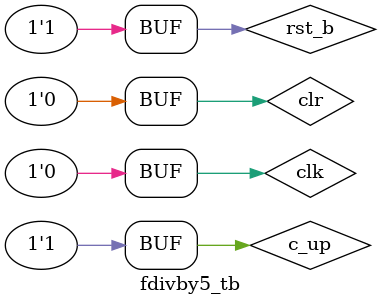
<source format=v>
module rgst #(
    parameter w=64
)(
    input clk,input rst_b,input ld,input clr, input [w-1:0] d, output reg [w-1:0] q
);
    always @ (posedge clk, negedge rst_b) begin
        if (!rst_b)                 q <= 0;
        else if (clr)               q <= 0;
        else if (ld)                q <= d;
end
endmodule

module fdivby5(input clr,input c_up,input clk,input rst_b,output fdclk);

wire [2:0] q;
rgst #(.w(3)) instance0 (.clk(clk), .rst_b(rst_b), .ld(c_up), .clr(clr|q[2]), .d( { (q[0]&q[1])^q[2], q[0]^q[1], ~q[0] } ), .q(q));
assign fdclk=~(q[2]|q[1]|q[0]);

endmodule

module fdivby5_tb();

reg clr;
reg c_up;
reg clk;
reg rst_b;
wire fdclk;

fdivby5 uut(.clr(clr), .c_up(c_up), .clk(clk), .rst_b(rst_b), .fdclk(fdclk));

initial begin
clk=1'b0;
repeat (48) #(50) clk=~clk;
end

initial begin
rst_b=0;
c_up=1;
clr=0;
#25;
rst_b=1;
#575;
clr=1;
#100;
clr=0;
#500;
clr=1;
#100;
clr=0;
end

endmodule
</source>
